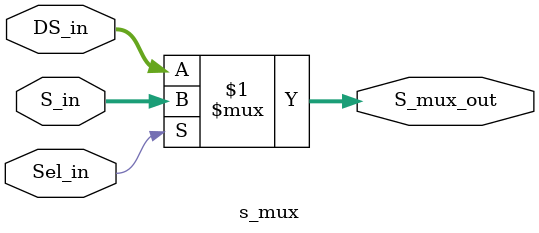
<source format=v>
`timescale 1ns / 1ps
module s_mux(S_in, DS_in, Sel_in, S_mux_out);

     input     [15:0]    S_in, DS_in;
     input               Sel_in;
     
     output    [15:0]   S_mux_out;
     
     wire               w_smux_out;

     assign S_mux_out = (Sel_in) ? S_in : DS_in;
endmodule

</source>
